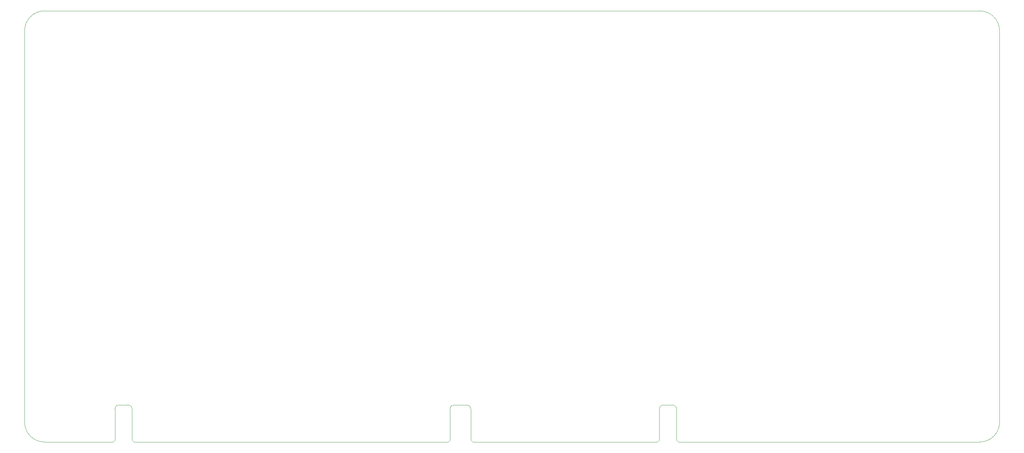
<source format=gm1>
%TF.GenerationSoftware,KiCad,Pcbnew,8.0.5*%
%TF.CreationDate,2024-09-29T20:16:34+02:00*%
%TF.ProjectId,Blitter Board,426c6974-7465-4722-9042-6f6172642e6b,V0*%
%TF.SameCoordinates,PX18392c0PY5563218*%
%TF.FileFunction,Profile,NP*%
%FSLAX46Y46*%
G04 Gerber Fmt 4.6, Leading zero omitted, Abs format (unit mm)*
G04 Created by KiCad (PCBNEW 8.0.5) date 2024-09-29 20:16:34*
%MOMM*%
%LPD*%
G01*
G04 APERTURE LIST*
%TA.AperFunction,Profile*%
%ADD10C,0.100000*%
%TD*%
G04 APERTURE END LIST*
D10*
X238006000Y-74930001D02*
X161100000Y-74930000D01*
X-5835013Y-69850000D02*
X-5842000Y30226000D01*
X-5849999Y30226000D02*
G75*
G02*
X-769999Y35305999I5079999J0D01*
G01*
X237998000Y35306000D02*
G75*
G02*
X243078000Y30226000I0J-5080000D01*
G01*
X243086000Y-69850001D02*
G75*
G02*
X238006000Y-74930000I-5080000J1D01*
G01*
X243078000Y-69850001D02*
X243071013Y30226000D01*
X237998000Y35306000D02*
X-769999Y35306000D01*
X16713200Y-74930000D02*
X-762000Y-74930000D01*
X-762000Y-74930000D02*
G75*
G02*
X-5842000Y-69850000I0J5080000D01*
G01*
%TO.C,J5*%
X159522248Y-65463201D02*
G75*
G02*
X160599299Y-66530000I5152J-1071899D01*
G01*
X156212248Y-66530000D02*
G75*
G02*
X157289296Y-65463248I1071852J-5100D01*
G01*
X107010200Y-65463201D02*
G75*
G02*
X108087299Y-66530000I5100J-1071999D01*
G01*
X102753248Y-66530000D02*
G75*
G02*
X103830296Y-65463248I1071852J-5100D01*
G01*
X20523200Y-65450201D02*
G75*
G02*
X21600249Y-66517000I5130J-1071919D01*
G01*
X17213200Y-66517000D02*
G75*
G02*
X18290248Y-65450201I1071932J-5133D01*
G01*
X160599296Y-74430000D02*
X161099296Y-74930000D01*
X160599296Y-66530000D02*
X160599296Y-74430000D01*
X157289296Y-65463201D02*
X159522248Y-65463201D01*
X156212248Y-74430000D02*
X155712248Y-74930000D01*
X156212248Y-66530000D02*
X156212248Y-74430000D01*
X155712248Y-74930000D02*
X108587248Y-74930000D01*
X108087248Y-74430000D02*
X108587248Y-74930000D01*
X108087248Y-66530000D02*
X108087248Y-74430000D01*
X103830296Y-65463201D02*
X107010200Y-65463201D01*
X102753248Y-74430000D02*
X102253248Y-74930000D01*
X102753248Y-66530000D02*
X102753248Y-74430000D01*
X102253248Y-74930000D02*
X22100248Y-74930000D01*
X21600248Y-74430000D02*
X22100248Y-74930000D01*
X21600248Y-66517000D02*
X21600248Y-74430000D01*
X20523200Y-65450201D02*
X18290248Y-65450201D01*
X17213200Y-74430000D02*
X16713200Y-74930000D01*
X17213200Y-66517000D02*
X17213200Y-74430000D01*
%TD*%
M02*

</source>
